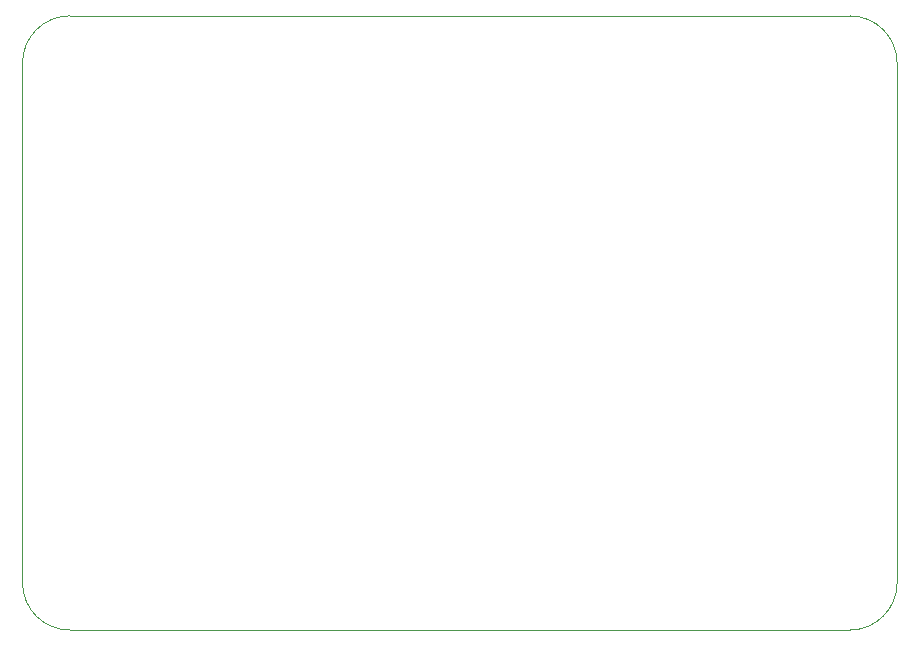
<source format=gbr>
G04 #@! TF.GenerationSoftware,KiCad,Pcbnew,8.0.0*
G04 #@! TF.CreationDate,2024-03-12T13:11:19+03:00*
G04 #@! TF.ProjectId,industrial_mcp23017_input_device_v02,696e6475-7374-4726-9961-6c5f6d637032,rev?*
G04 #@! TF.SameCoordinates,Original*
G04 #@! TF.FileFunction,Profile,NP*
%FSLAX46Y46*%
G04 Gerber Fmt 4.6, Leading zero omitted, Abs format (unit mm)*
G04 Created by KiCad (PCBNEW 8.0.0) date 2024-03-12 13:11:19*
%MOMM*%
%LPD*%
G01*
G04 APERTURE LIST*
G04 #@! TA.AperFunction,Profile*
%ADD10C,0.100000*%
G04 #@! TD*
G04 APERTURE END LIST*
D10*
X139050000Y-109000000D02*
X73000000Y-109000000D01*
X143050000Y-61000000D02*
X143050000Y-105000000D01*
X73000000Y-57000000D02*
X139050000Y-57000000D01*
X73000000Y-109000000D02*
G75*
G02*
X69000000Y-105000000I0J4000000D01*
G01*
X139050000Y-57000000D02*
G75*
G02*
X143050000Y-61000000I0J-4000000D01*
G01*
X143050000Y-105000000D02*
G75*
G02*
X139050000Y-109000000I-4000000J0D01*
G01*
X69000000Y-105000000D02*
X69000000Y-61000000D01*
X69000000Y-61000000D02*
G75*
G02*
X73000000Y-57000000I4000000J0D01*
G01*
M02*

</source>
